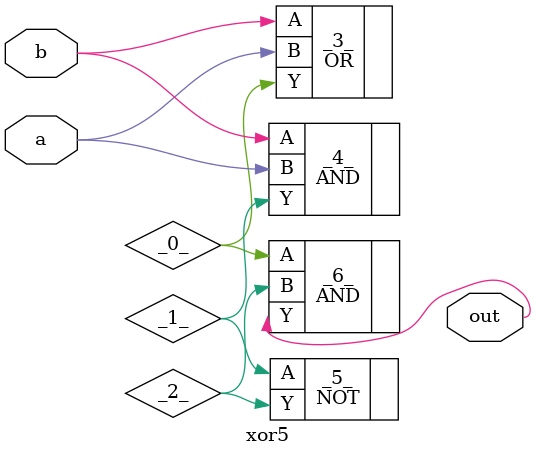
<source format=v>
/* Generated by Yosys 0.41+83 (git sha1 7045cf509, x86_64-w64-mingw32-g++ 13.2.1 -Os) */

/* cells_not_processed =  1  */
/* src = "xor5.v:2.1-9.10" */
module xor5(a, b, out);
  wire _0_;
  wire _1_;
  wire _2_;
  /* src = "xor5.v:3.16-3.17" */
  input a;
  wire a;
  /* src = "xor5.v:3.18-3.19" */
  input b;
  wire b;
  /* src = "xor5.v:4.17-4.20" */
  output out;
  wire out;
  OR _3_ (
    .A(b),
    .B(a),
    .Y(_0_)
  );
  AND _4_ (
    .A(b),
    .B(a),
    .Y(_1_)
  );
  NOT _5_ (
    .A(_1_),
    .Y(_2_)
  );
  AND _6_ (
    .A(_0_),
    .B(_2_),
    .Y(out)
  );
endmodule

</source>
